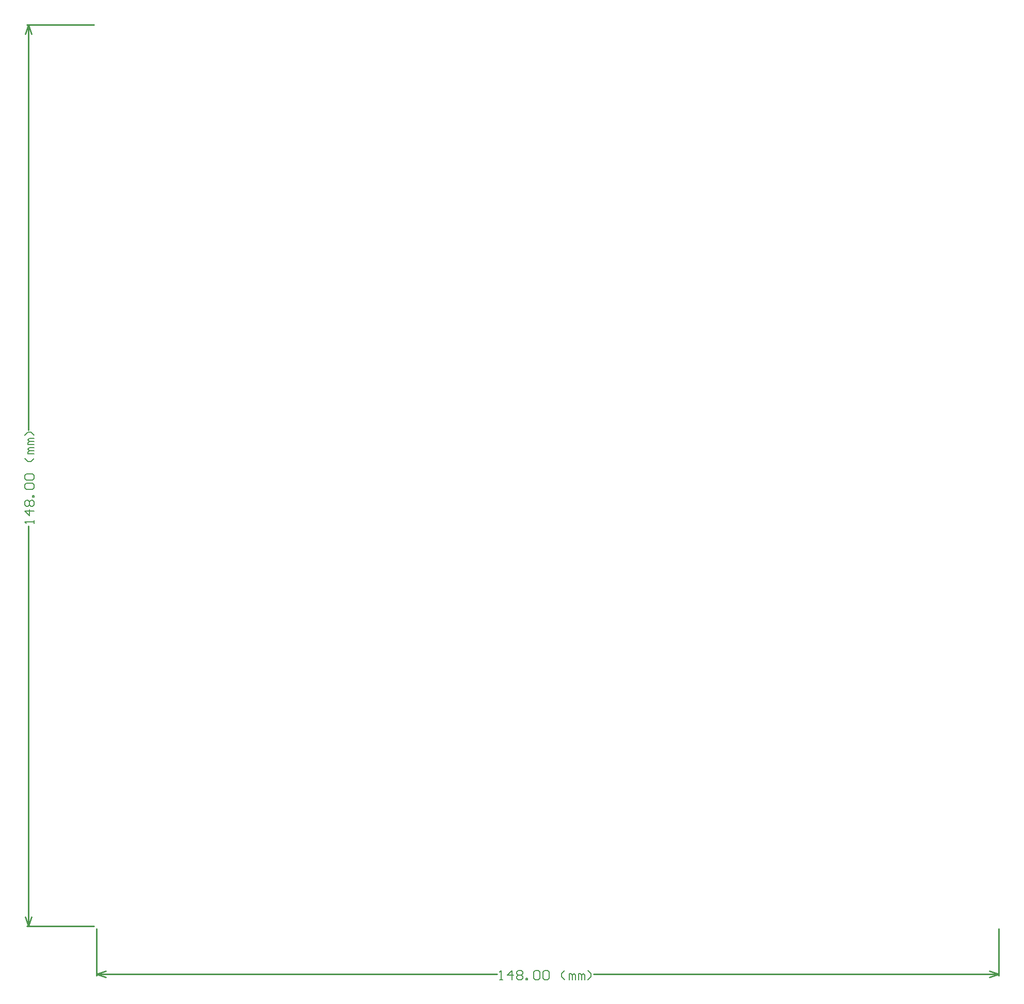
<source format=gm1>
G04 Layer_Color=16711935*
%FSLAX25Y25*%
%MOIN*%
G70*
G01*
G75*
%ADD16C,0.01000*%
%ADD38C,0.00600*%
D16*
X586614Y-28000D02*
Y2347D01*
X3937Y-28000D02*
Y2347D01*
X324766Y-27000D02*
X586614D01*
X3937D02*
X262585D01*
X580614Y-25000D02*
X586614Y-27000D01*
X580614Y-29000D02*
X586614Y-27000D01*
X3937D02*
X9937Y-29000D01*
X3937Y-27000D02*
X9937Y-25000D01*
X-41000Y586614D02*
X2347D01*
X-41000Y3937D02*
X2347D01*
X-40000Y324766D02*
Y586614D01*
Y3937D02*
Y262585D01*
X-42000Y580614D02*
X-40000Y586614D01*
X-38000Y580614D01*
X-40000Y3937D02*
X-38000Y9937D01*
X-42000D02*
X-40000Y3937D01*
D38*
X264185Y-30599D02*
X266184D01*
X265185D01*
Y-24601D01*
X264185Y-25601D01*
X272182Y-30599D02*
Y-24601D01*
X269183Y-27600D01*
X273182D01*
X275182Y-25601D02*
X276181Y-24601D01*
X278181D01*
X279180Y-25601D01*
Y-26600D01*
X278181Y-27600D01*
X279180Y-28600D01*
Y-29599D01*
X278181Y-30599D01*
X276181D01*
X275182Y-29599D01*
Y-28600D01*
X276181Y-27600D01*
X275182Y-26600D01*
Y-25601D01*
X276181Y-27600D02*
X278181D01*
X281180Y-30599D02*
Y-29599D01*
X282179D01*
Y-30599D01*
X281180D01*
X286178Y-25601D02*
X287178Y-24601D01*
X289177D01*
X290177Y-25601D01*
Y-29599D01*
X289177Y-30599D01*
X287178D01*
X286178Y-29599D01*
Y-25601D01*
X292176D02*
X293176Y-24601D01*
X295175D01*
X296175Y-25601D01*
Y-29599D01*
X295175Y-30599D01*
X293176D01*
X292176Y-29599D01*
Y-25601D01*
X306171Y-30599D02*
X304172Y-28600D01*
Y-26600D01*
X306171Y-24601D01*
X309171Y-30599D02*
Y-26600D01*
X310170D01*
X311170Y-27600D01*
Y-30599D01*
Y-27600D01*
X312170Y-26600D01*
X313169Y-27600D01*
Y-30599D01*
X315169D02*
Y-26600D01*
X316168D01*
X317168Y-27600D01*
Y-30599D01*
Y-27600D01*
X318168Y-26600D01*
X319167Y-27600D01*
Y-30599D01*
X321167D02*
X323166Y-28600D01*
Y-26600D01*
X321167Y-24601D01*
X-36401Y264185D02*
Y266184D01*
Y265185D01*
X-42399D01*
X-41399Y264185D01*
X-36401Y272182D02*
X-42399D01*
X-39400Y269183D01*
Y273182D01*
X-41399Y275182D02*
X-42399Y276181D01*
Y278181D01*
X-41399Y279180D01*
X-40400D01*
X-39400Y278181D01*
X-38400Y279180D01*
X-37401D01*
X-36401Y278181D01*
Y276181D01*
X-37401Y275182D01*
X-38400D01*
X-39400Y276181D01*
X-40400Y275182D01*
X-41399D01*
X-39400Y276181D02*
Y278181D01*
X-36401Y281180D02*
X-37401D01*
Y282179D01*
X-36401D01*
Y281180D01*
X-41399Y286178D02*
X-42399Y287178D01*
Y289177D01*
X-41399Y290177D01*
X-37401D01*
X-36401Y289177D01*
Y287178D01*
X-37401Y286178D01*
X-41399D01*
Y292176D02*
X-42399Y293176D01*
Y295175D01*
X-41399Y296175D01*
X-37401D01*
X-36401Y295175D01*
Y293176D01*
X-37401Y292176D01*
X-41399D01*
X-36401Y306171D02*
X-38400Y304172D01*
X-40400D01*
X-42399Y306171D01*
X-36401Y309171D02*
X-40400D01*
Y310170D01*
X-39400Y311170D01*
X-36401D01*
X-39400D01*
X-40400Y312170D01*
X-39400Y313169D01*
X-36401D01*
Y315169D02*
X-40400D01*
Y316168D01*
X-39400Y317168D01*
X-36401D01*
X-39400D01*
X-40400Y318168D01*
X-39400Y319167D01*
X-36401D01*
Y321167D02*
X-38400Y323166D01*
X-40400D01*
X-42399Y321167D01*
M02*

</source>
